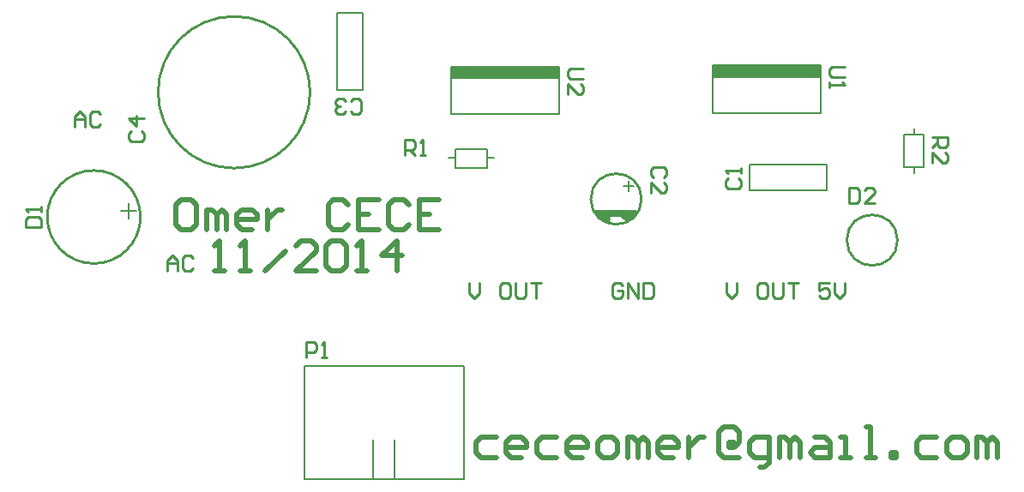
<source format=gto>
%FSLAX43Y43*%
%MOMM*%
G71*
G01*
G75*
%ADD10C,3.000*%
%ADD11C,0.254*%
%ADD12C,2.000*%
%ADD13C,1.000*%
%ADD14C,5.000*%
%ADD15O,5.000X3.000*%
%ADD16C,1.800*%
%ADD17R,1.800X1.800*%
%ADD18R,2.000X2.000*%
%ADD19C,2.000*%
%ADD20R,2.000X2.000*%
%ADD21C,1.524*%
%ADD22R,1.524X1.524*%
%ADD23C,2.100*%
%ADD24O,2.000X3.000*%
%ADD25C,3.000*%
%ADD26C,0.200*%
%ADD27C,0.100*%
%ADD28C,0.500*%
D11*
X89152Y23876D02*
G03*
X89152Y23876I-2500J0D01*
G01*
X31160Y38481D02*
G03*
X31160Y38481I-7500J0D01*
G01*
X63879Y27940D02*
G03*
X63879Y27940I-2500J0D01*
G01*
X14417Y26162D02*
G03*
X14417Y26162I-4600J0D01*
G01*
X58165Y40856D02*
X56896D01*
X56642Y40602D01*
Y40094D01*
X56896Y39840D01*
X58165D01*
X56642Y38317D02*
Y39332D01*
X57658Y38317D01*
X57911D01*
X58165Y38571D01*
Y39078D01*
X57911Y39332D01*
X83946Y40983D02*
X82677D01*
X82423Y40729D01*
Y40221D01*
X82677Y39967D01*
X83946D01*
X82423Y39459D02*
Y38952D01*
Y39205D01*
X83946D01*
X83692Y39459D01*
X92621Y34036D02*
X94145D01*
Y33274D01*
X93891Y33020D01*
X93383D01*
X93129Y33274D01*
Y34036D01*
Y33528D02*
X92621Y33020D01*
Y31497D02*
Y32512D01*
X93637Y31497D01*
X93891D01*
X94145Y31751D01*
Y32259D01*
X93891Y32512D01*
X40551Y32258D02*
Y33782D01*
X41313D01*
X41567Y33528D01*
Y33020D01*
X41313Y32766D01*
X40551D01*
X41059D02*
X41567Y32258D01*
X42075D02*
X42582D01*
X42328D01*
Y33782D01*
X42075Y33528D01*
X30810Y12281D02*
Y13804D01*
X31572D01*
X31826Y13550D01*
Y13043D01*
X31572Y12789D01*
X30810D01*
X32334Y12281D02*
X32841D01*
X32588D01*
Y13804D01*
X32334Y13550D01*
X84366Y29083D02*
Y27559D01*
X85128D01*
X85382Y27813D01*
Y28829D01*
X85128Y29083D01*
X84366D01*
X86905Y27559D02*
X85890D01*
X86905Y28575D01*
Y28829D01*
X86651Y29083D01*
X86143D01*
X85890Y28829D01*
X3086Y25146D02*
X4610D01*
Y25908D01*
X4356Y26162D01*
X3340D01*
X3086Y25908D01*
Y25146D01*
X4610Y26670D02*
Y27177D01*
Y26923D01*
X3086D01*
X3340Y26670D01*
X13500Y34671D02*
X13246Y34417D01*
Y33909D01*
X13500Y33655D01*
X14516D01*
X14770Y33909D01*
Y34417D01*
X14516Y34671D01*
X14770Y35940D02*
X13246D01*
X14008Y35179D01*
Y36194D01*
X35179Y36615D02*
X35433Y36361D01*
X35941D01*
X36195Y36615D01*
Y37630D01*
X35941Y37884D01*
X35433D01*
X35179Y37630D01*
X34671Y36615D02*
X34417Y36361D01*
X33910D01*
X33656Y36615D01*
Y36868D01*
X33910Y37122D01*
X34164D01*
X33910D01*
X33656Y37376D01*
Y37630D01*
X33910Y37884D01*
X34417D01*
X34671Y37630D01*
X66065Y30036D02*
X66319Y30290D01*
Y30798D01*
X66065Y31052D01*
X65049D01*
X64795Y30798D01*
Y30290D01*
X65049Y30036D01*
X64795Y28512D02*
Y29528D01*
X65811Y28512D01*
X66065D01*
X66319Y28766D01*
Y29274D01*
X66065Y29528D01*
X72467Y30010D02*
X72213Y29756D01*
Y29248D01*
X72467Y28994D01*
X73482D01*
X73736Y29248D01*
Y29756D01*
X73482Y30010D01*
X73736Y30518D02*
Y31025D01*
Y30772D01*
X72213D01*
X72467Y30518D01*
X7912Y35052D02*
Y36068D01*
X8420Y36576D01*
X8928Y36068D01*
Y35052D01*
Y35814D01*
X7912D01*
X10451Y36322D02*
X10197Y36576D01*
X9689D01*
X9436Y36322D01*
Y35306D01*
X9689Y35052D01*
X10197D01*
X10451Y35306D01*
X17056Y20828D02*
Y21844D01*
X17564Y22352D01*
X18072Y21844D01*
Y20828D01*
Y21590D01*
X17056D01*
X19595Y22098D02*
X19341Y22352D01*
X18833D01*
X18580Y22098D01*
Y21082D01*
X18833Y20828D01*
X19341D01*
X19595Y21082D01*
X62014Y19431D02*
X61760Y19685D01*
X61252D01*
X60998Y19431D01*
Y18415D01*
X61252Y18161D01*
X61760D01*
X62014Y18415D01*
Y18923D01*
X61506D01*
X62522Y18161D02*
Y19685D01*
X63537Y18161D01*
Y19685D01*
X64045D02*
Y18161D01*
X64807D01*
X65061Y18415D01*
Y19431D01*
X64807Y19685D01*
X64045D01*
X46901D02*
Y18669D01*
X47409Y18161D01*
X47917Y18669D01*
Y19685D01*
X50710D02*
X50202D01*
X49948Y19431D01*
Y18415D01*
X50202Y18161D01*
X50710D01*
X50964Y18415D01*
Y19431D01*
X50710Y19685D01*
X51472D02*
Y18415D01*
X51725Y18161D01*
X52233D01*
X52487Y18415D01*
Y19685D01*
X52995D02*
X54011D01*
X53503D01*
Y18161D01*
X72301Y19685D02*
Y18669D01*
X72809Y18161D01*
X73317Y18669D01*
Y19685D01*
X76110D02*
X75602D01*
X75348Y19431D01*
Y18415D01*
X75602Y18161D01*
X76110D01*
X76364Y18415D01*
Y19431D01*
X76110Y19685D01*
X76872D02*
Y18415D01*
X77125Y18161D01*
X77633D01*
X77887Y18415D01*
Y19685D01*
X78395D02*
X79411D01*
X78903D01*
Y18161D01*
X82458Y19685D02*
X81442D01*
Y18923D01*
X81950Y19177D01*
X82204D01*
X82458Y18923D01*
Y18415D01*
X82204Y18161D01*
X81696D01*
X81442Y18415D01*
X82966Y19685D02*
Y18669D01*
X83473Y18161D01*
X83981Y18669D01*
Y19685D01*
D26*
X70904Y41148D02*
X81572D01*
X70904Y36449D02*
X81572D01*
Y41148D01*
X70904Y36449D02*
Y41148D01*
Y41021D02*
X81572D01*
X70904Y40894D02*
X81572D01*
X70904Y40767D02*
X81572D01*
X70904Y40640D02*
X81572D01*
X70904Y40513D02*
X81572D01*
X70904Y40386D02*
X81572D01*
X70904Y40259D02*
X81572D01*
X70904Y40132D02*
X81572D01*
X70904Y40005D02*
X81572D01*
X45123Y39878D02*
X55791D01*
X45123Y40005D02*
X55791D01*
X45123Y40132D02*
X55791D01*
X45123Y40259D02*
X55791D01*
X45123Y40386D02*
X55791D01*
X45123Y40513D02*
X55791D01*
X45123Y40640D02*
X55791D01*
X45123Y40767D02*
X55791D01*
X45123Y40894D02*
X55791D01*
X45123Y36322D02*
Y41021D01*
X55791Y36322D02*
Y41021D01*
X45123Y36322D02*
X55791D01*
X45123Y41021D02*
X55791D01*
X62141Y26035D02*
X62268Y25908D01*
X62649D01*
X60109Y25781D02*
X60744D01*
X59855Y25908D02*
X60744D01*
X59855Y26035D02*
X60744D01*
X59855Y26162D02*
X60744D01*
X61696Y26479D02*
X62141Y26035D01*
X62268Y25781D02*
X62649D01*
X62141Y26035D02*
X63030D01*
X62141Y26162D02*
X63030D01*
X59601Y26289D02*
X63157D01*
X59601Y26416D02*
X63284D01*
X59474Y26543D02*
X63411D01*
X59347Y26670D02*
X63411D01*
X59220Y26797D02*
X63411D01*
X62649Y28702D02*
Y29718D01*
X62141Y29210D02*
X63157D01*
X74587Y28829D02*
X82207D01*
X74587D02*
Y31369D01*
X82207D01*
Y28829D02*
Y31369D01*
X36360Y38735D02*
Y46355D01*
X33820Y38735D02*
X36360D01*
X33820D02*
Y46355D01*
X36360D01*
X13246Y26035D02*
Y27559D01*
X12484Y26797D02*
X14008D01*
X30645Y11430D02*
X46393D01*
X30645Y254D02*
X46393D01*
X30645D02*
Y11430D01*
X46393Y254D02*
Y11430D01*
X37376Y254D02*
Y4191D01*
X39535Y254D02*
Y4191D01*
X48679Y32004D02*
X49314D01*
X44869D02*
X45504D01*
X48679Y30988D02*
Y32893D01*
X45504Y30988D02*
Y32893D01*
Y30988D02*
X48679D01*
X45504Y32893D02*
X48679D01*
X90843Y30480D02*
Y31115D01*
Y34290D02*
Y34925D01*
X89827Y31115D02*
X91732D01*
X89827Y34290D02*
X91732D01*
X89827Y31115D02*
Y34290D01*
X91732Y31115D02*
Y34290D01*
D27*
X62141Y26035D02*
Y26289D01*
D28*
X19445Y27891D02*
X18445D01*
X17945Y27391D01*
Y25392D01*
X18445Y24892D01*
X19445D01*
X19944Y25392D01*
Y27391D01*
X19445Y27891D01*
X20944Y24892D02*
Y26891D01*
X21444D01*
X21944Y26392D01*
Y24892D01*
Y26392D01*
X22444Y26891D01*
X22943Y26392D01*
Y24892D01*
X25443D02*
X24443D01*
X23943Y25392D01*
Y26392D01*
X24443Y26891D01*
X25443D01*
X25942Y26392D01*
Y25892D01*
X23943D01*
X26942Y26891D02*
Y24892D01*
Y25892D01*
X27442Y26392D01*
X27942Y26891D01*
X28442D01*
X34939Y27391D02*
X34440Y27891D01*
X33440D01*
X32940Y27391D01*
Y25392D01*
X33440Y24892D01*
X34440D01*
X34939Y25392D01*
X37939Y27891D02*
X35939D01*
Y24892D01*
X37939D01*
X35939Y26392D02*
X36939D01*
X40938Y27391D02*
X40438Y27891D01*
X39438D01*
X38938Y27391D01*
Y25392D01*
X39438Y24892D01*
X40438D01*
X40938Y25392D01*
X43937Y27891D02*
X41937D01*
Y24892D01*
X43937D01*
X41937Y26392D02*
X42937D01*
X49535Y4412D02*
X48036D01*
X47536Y3913D01*
Y2913D01*
X48036Y2413D01*
X49535D01*
X52035D02*
X51035D01*
X50535Y2913D01*
Y3913D01*
X51035Y4412D01*
X52035D01*
X52534Y3913D01*
Y3413D01*
X50535D01*
X55533Y4412D02*
X54034D01*
X53534Y3913D01*
Y2913D01*
X54034Y2413D01*
X55533D01*
X58033D02*
X57033D01*
X56533Y2913D01*
Y3913D01*
X57033Y4412D01*
X58033D01*
X58532Y3913D01*
Y3413D01*
X56533D01*
X60032Y2413D02*
X61032D01*
X61531Y2913D01*
Y3913D01*
X61032Y4412D01*
X60032D01*
X59532Y3913D01*
Y2913D01*
X60032Y2413D01*
X62531D02*
Y4412D01*
X63031D01*
X63531Y3913D01*
Y2413D01*
Y3913D01*
X64031Y4412D01*
X64531Y3913D01*
Y2413D01*
X67030D02*
X66030D01*
X65530Y2913D01*
Y3913D01*
X66030Y4412D01*
X67030D01*
X67530Y3913D01*
Y3413D01*
X65530D01*
X68529Y4412D02*
Y2413D01*
Y3413D01*
X69029Y3913D01*
X69529Y4412D01*
X70029D01*
X73028Y3413D02*
Y3913D01*
X72528D01*
Y3413D01*
X73028D01*
X73528Y3913D01*
Y4912D01*
X73028Y5412D01*
X72028D01*
X71528Y4912D01*
Y2913D01*
X72028Y2413D01*
X73528D01*
X75527Y1413D02*
X76027D01*
X76527Y1913D01*
Y4412D01*
X75027D01*
X74527Y3913D01*
Y2913D01*
X75027Y2413D01*
X76527D01*
X77526D02*
Y4412D01*
X78026D01*
X78526Y3913D01*
Y2413D01*
Y3913D01*
X79026Y4412D01*
X79526Y3913D01*
Y2413D01*
X81025Y4412D02*
X82025D01*
X82525Y3913D01*
Y2413D01*
X81025D01*
X80525Y2913D01*
X81025Y3413D01*
X82525D01*
X83524Y2413D02*
X84524D01*
X84024D01*
Y4412D01*
X83524D01*
X86024Y2413D02*
X87023D01*
X86523D01*
Y5412D01*
X86024D01*
X88523Y2413D02*
Y2913D01*
X89023D01*
Y2413D01*
X88523D01*
X93021Y4412D02*
X91522D01*
X91022Y3913D01*
Y2913D01*
X91522Y2413D01*
X93021D01*
X94521D02*
X95520D01*
X96020Y2913D01*
Y3913D01*
X95520Y4412D01*
X94521D01*
X94021Y3913D01*
Y2913D01*
X94521Y2413D01*
X97020D02*
Y4412D01*
X97520D01*
X98020Y3913D01*
Y2413D01*
Y3913D01*
X98520Y4412D01*
X99019Y3913D01*
Y2413D01*
X21755Y20828D02*
X22755D01*
X22255D01*
Y23827D01*
X21755Y23327D01*
X24254Y20828D02*
X25254D01*
X24754D01*
Y23827D01*
X24254Y23327D01*
X26753Y20828D02*
X28753Y22827D01*
X31752Y20828D02*
X29752D01*
X31752Y22827D01*
Y23327D01*
X31252Y23827D01*
X30252D01*
X29752Y23327D01*
X32751D02*
X33251Y23827D01*
X34251D01*
X34751Y23327D01*
Y21328D01*
X34251Y20828D01*
X33251D01*
X32751Y21328D01*
Y23327D01*
X35750Y20828D02*
X36750D01*
X36250D01*
Y23827D01*
X35750Y23327D01*
X39749Y20828D02*
Y23827D01*
X38250Y22328D01*
X40249D01*
M02*

</source>
